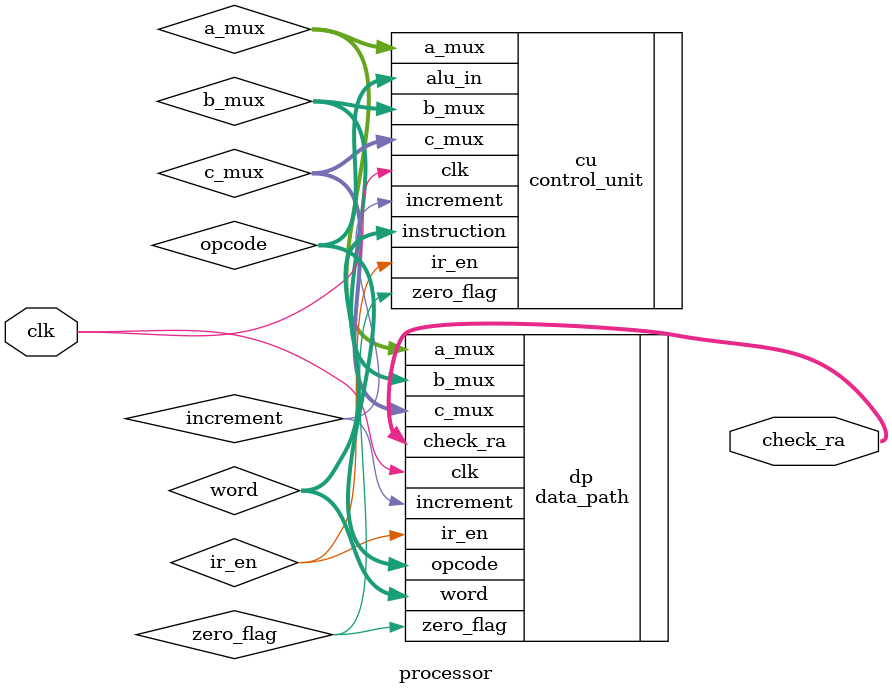
<source format=v>
module processor(clk, check_ra);
	input clk;
	wire increment,ir_en;
	wire [15:0] word;
	wire [1:0] a_mux,b_mux,c_mux;
	wire [2:0]opcode;
	wire zero_flag;
	output [15:0]check_ra;
	
	data_path dp (
	.clk(clk),
	.word(word),
	.increment(increment),
	.a_mux(a_mux),
	.b_mux(b_mux),
	.c_mux(c_mux),
	.opcode(opcode),
	.ir_en(ir_en),
	.zero_flag(zero_flag),
	.check_ra(check_ra));
	
	
	control_unit cu (.clk(clk),
	.instruction(word),
	.increment(increment),
	.a_mux(a_mux),
	.b_mux(b_mux),
	.c_mux(c_mux),
	.alu_in(opcode),
	.ir_en(ir_en),
	.zero_flag(zero_flag));
	
endmodule

</source>
